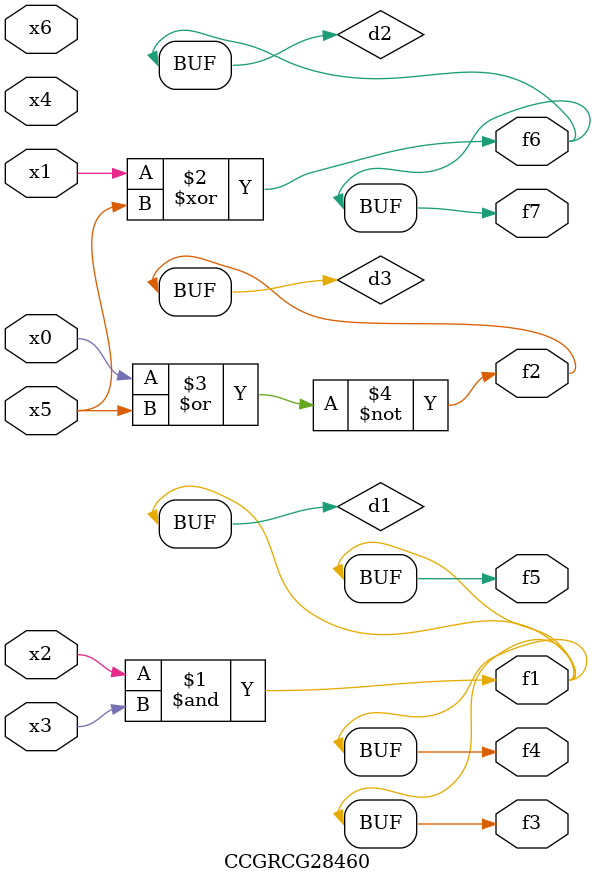
<source format=v>
module CCGRCG28460(
	input x0, x1, x2, x3, x4, x5, x6,
	output f1, f2, f3, f4, f5, f6, f7
);

	wire d1, d2, d3;

	and (d1, x2, x3);
	xor (d2, x1, x5);
	nor (d3, x0, x5);
	assign f1 = d1;
	assign f2 = d3;
	assign f3 = d1;
	assign f4 = d1;
	assign f5 = d1;
	assign f6 = d2;
	assign f7 = d2;
endmodule

</source>
